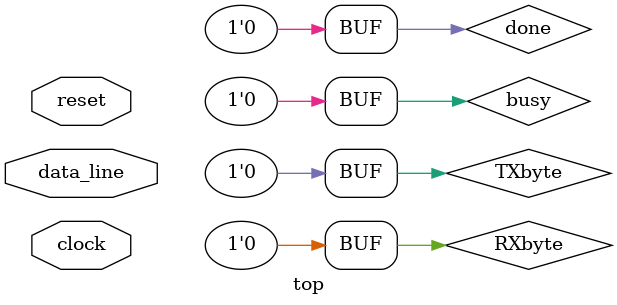
<source format=v>
module top(input clock, input reset, inout data_line);

parameter DEBOUNCE_DELAY = 16'd50000; //0,5 ms @ 100 MHz

reg	[15:0] data_line_count = 16'd0;

reg reset_sync = 1'b1;
reg data = 1'b1;
reg data_line_inter = 1'b0;
reg RXbyte = 1'b0;
reg TXbyte = 1'b0;
reg busy = 1'b0;
reg done = 1'b0;

wire data_wire;

assign data_wire = data | reset_sync;


//transceiver tr1 (clock, reset, data_wire, RXbyte, TXbyte, busy, done);
//mac mac1(clock, reset, );



always @(posedge clock)
begin
	if (~busy)
	begin
		
	end
end


always @(posedge clock)
begin
	reset_sync <= reset;
end


always @(posedge clock)
begin
	if (data_line != data_line_inter)
	begin
		data_line_inter <= data_line;
		data_line_count <= 0;
	end
	else
	begin
		if (data_line_count == DEBOUNCE_DELAY)
		begin
			data <= data_line_inter;
		end
		else
		begin
			data_line_count <= data_line_count + 1;
		end
	end
end

endmodule

</source>
